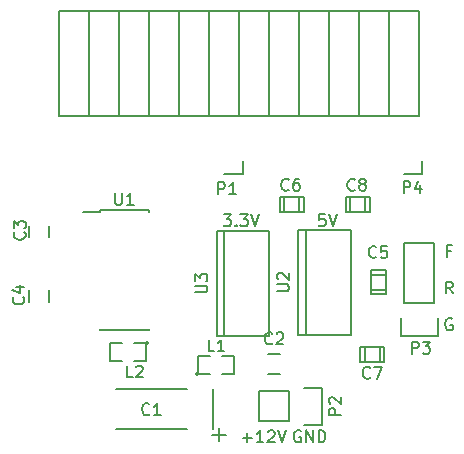
<source format=gto>
%FSLAX46Y46*%
G04 Gerber Fmt 4.6, Leading zero omitted, Abs format (unit mm)*
G04 Created by KiCad (PCBNEW (2014-10-27 BZR 5228)-product) date 02/04/2015 10:02:40*
%MOMM*%
G01*
G04 APERTURE LIST*
%ADD10C,0.100000*%
%ADD11C,0.150000*%
%ADD12C,0.127000*%
G04 APERTURE END LIST*
D10*
D11*
X162842858Y-112428571D02*
X162509524Y-112428571D01*
X162509524Y-112952381D02*
X162509524Y-111952381D01*
X162985715Y-111952381D01*
X163009524Y-116052381D02*
X162676190Y-115576190D01*
X162438095Y-116052381D02*
X162438095Y-115052381D01*
X162819048Y-115052381D01*
X162914286Y-115100000D01*
X162961905Y-115147619D01*
X163009524Y-115242857D01*
X163009524Y-115385714D01*
X162961905Y-115480952D01*
X162914286Y-115528571D01*
X162819048Y-115576190D01*
X162438095Y-115576190D01*
X162961905Y-118200000D02*
X162866667Y-118152381D01*
X162723810Y-118152381D01*
X162580952Y-118200000D01*
X162485714Y-118295238D01*
X162438095Y-118390476D01*
X162390476Y-118580952D01*
X162390476Y-118723810D01*
X162438095Y-118914286D01*
X162485714Y-119009524D01*
X162580952Y-119104762D01*
X162723810Y-119152381D01*
X162819048Y-119152381D01*
X162961905Y-119104762D01*
X163009524Y-119057143D01*
X163009524Y-118723810D01*
X162819048Y-118723810D01*
X152209524Y-109352381D02*
X151733333Y-109352381D01*
X151685714Y-109828571D01*
X151733333Y-109780952D01*
X151828571Y-109733333D01*
X152066667Y-109733333D01*
X152161905Y-109780952D01*
X152209524Y-109828571D01*
X152257143Y-109923810D01*
X152257143Y-110161905D01*
X152209524Y-110257143D01*
X152161905Y-110304762D01*
X152066667Y-110352381D01*
X151828571Y-110352381D01*
X151733333Y-110304762D01*
X151685714Y-110257143D01*
X152542857Y-109352381D02*
X152876190Y-110352381D01*
X153209524Y-109352381D01*
X143623810Y-109352381D02*
X144242858Y-109352381D01*
X143909524Y-109733333D01*
X144052382Y-109733333D01*
X144147620Y-109780952D01*
X144195239Y-109828571D01*
X144242858Y-109923810D01*
X144242858Y-110161905D01*
X144195239Y-110257143D01*
X144147620Y-110304762D01*
X144052382Y-110352381D01*
X143766667Y-110352381D01*
X143671429Y-110304762D01*
X143623810Y-110257143D01*
X144671429Y-110257143D02*
X144719048Y-110304762D01*
X144671429Y-110352381D01*
X144623810Y-110304762D01*
X144671429Y-110257143D01*
X144671429Y-110352381D01*
X145052381Y-109352381D02*
X145671429Y-109352381D01*
X145338095Y-109733333D01*
X145480953Y-109733333D01*
X145576191Y-109780952D01*
X145623810Y-109828571D01*
X145671429Y-109923810D01*
X145671429Y-110161905D01*
X145623810Y-110257143D01*
X145576191Y-110304762D01*
X145480953Y-110352381D01*
X145195238Y-110352381D01*
X145100000Y-110304762D01*
X145052381Y-110257143D01*
X145957143Y-109352381D02*
X146290476Y-110352381D01*
X146623810Y-109352381D01*
X150138096Y-127700000D02*
X150042858Y-127652381D01*
X149900001Y-127652381D01*
X149757143Y-127700000D01*
X149661905Y-127795238D01*
X149614286Y-127890476D01*
X149566667Y-128080952D01*
X149566667Y-128223810D01*
X149614286Y-128414286D01*
X149661905Y-128509524D01*
X149757143Y-128604762D01*
X149900001Y-128652381D01*
X149995239Y-128652381D01*
X150138096Y-128604762D01*
X150185715Y-128557143D01*
X150185715Y-128223810D01*
X149995239Y-128223810D01*
X150614286Y-128652381D02*
X150614286Y-127652381D01*
X151185715Y-128652381D01*
X151185715Y-127652381D01*
X151661905Y-128652381D02*
X151661905Y-127652381D01*
X151900000Y-127652381D01*
X152042858Y-127700000D01*
X152138096Y-127795238D01*
X152185715Y-127890476D01*
X152233334Y-128080952D01*
X152233334Y-128223810D01*
X152185715Y-128414286D01*
X152138096Y-128509524D01*
X152042858Y-128604762D01*
X151900000Y-128652381D01*
X151661905Y-128652381D01*
X145238095Y-128271429D02*
X146000000Y-128271429D01*
X145619048Y-128652381D02*
X145619048Y-127890476D01*
X147000000Y-128652381D02*
X146428571Y-128652381D01*
X146714285Y-128652381D02*
X146714285Y-127652381D01*
X146619047Y-127795238D01*
X146523809Y-127890476D01*
X146428571Y-127938095D01*
X147380952Y-127747619D02*
X147428571Y-127700000D01*
X147523809Y-127652381D01*
X147761905Y-127652381D01*
X147857143Y-127700000D01*
X147904762Y-127747619D01*
X147952381Y-127842857D01*
X147952381Y-127938095D01*
X147904762Y-128080952D01*
X147333333Y-128652381D01*
X147952381Y-128652381D01*
X148238095Y-127652381D02*
X148571428Y-128652381D01*
X148904762Y-127652381D01*
X142750180Y-127499260D02*
X142750180Y-124100740D01*
X134500260Y-124100740D02*
X140499740Y-124100740D01*
X134500260Y-127499260D02*
X140499740Y-127499260D01*
X143253100Y-128502560D02*
X143253100Y-127402740D01*
X143852540Y-128002180D02*
X142653660Y-128002180D01*
X141476000Y-122862000D02*
G75*
G03X141476000Y-122862000I-127000J0D01*
G01*
X142492000Y-122862000D02*
X141476000Y-122862000D01*
X141476000Y-122862000D02*
X141476000Y-121338000D01*
X141476000Y-121338000D02*
X142492000Y-121338000D01*
X143508000Y-121338000D02*
X144524000Y-121338000D01*
X144524000Y-121338000D02*
X144524000Y-122862000D01*
X144524000Y-122862000D02*
X143508000Y-122862000D01*
X137278000Y-120238000D02*
G75*
G03X137278000Y-120238000I-127000J0D01*
G01*
X136008000Y-120238000D02*
X137024000Y-120238000D01*
X137024000Y-120238000D02*
X137024000Y-121762000D01*
X137024000Y-121762000D02*
X136008000Y-121762000D01*
X134992000Y-121762000D02*
X133976000Y-121762000D01*
X133976000Y-121762000D02*
X133976000Y-120238000D01*
X133976000Y-120238000D02*
X134992000Y-120238000D01*
X128850000Y-116800000D02*
X128850000Y-115800000D01*
X127150000Y-115800000D02*
X127150000Y-116800000D01*
X127150000Y-110300000D02*
X127150000Y-111300000D01*
X128850000Y-111300000D02*
X128850000Y-110300000D01*
X148400000Y-121150000D02*
X147400000Y-121150000D01*
X147400000Y-122850000D02*
X148400000Y-122850000D01*
D12*
X157335000Y-115735000D02*
X156065000Y-115735000D01*
X157335000Y-114465000D02*
X156090400Y-114465000D01*
X157335000Y-114084000D02*
X157335000Y-116116000D01*
X157335000Y-116116000D02*
X156065000Y-116116000D01*
X156065000Y-116116000D02*
X156065000Y-114084000D01*
X156065000Y-114084000D02*
X157335000Y-114084000D01*
X148765000Y-109135000D02*
X148765000Y-107865000D01*
X150035000Y-109135000D02*
X150035000Y-107890400D01*
X150416000Y-109135000D02*
X148384000Y-109135000D01*
X148384000Y-109135000D02*
X148384000Y-107865000D01*
X148384000Y-107865000D02*
X150416000Y-107865000D01*
X150416000Y-107865000D02*
X150416000Y-109135000D01*
X155565000Y-121835000D02*
X155565000Y-120565000D01*
X156835000Y-121835000D02*
X156835000Y-120590400D01*
X157216000Y-121835000D02*
X155184000Y-121835000D01*
X155184000Y-121835000D02*
X155184000Y-120565000D01*
X155184000Y-120565000D02*
X157216000Y-120565000D01*
X157216000Y-120565000D02*
X157216000Y-121835000D01*
X154365000Y-109135000D02*
X154365000Y-107865000D01*
X155635000Y-109135000D02*
X155635000Y-107890400D01*
X156016000Y-109135000D02*
X153984000Y-109135000D01*
X153984000Y-109135000D02*
X153984000Y-107865000D01*
X153984000Y-107865000D02*
X156016000Y-107865000D01*
X156016000Y-107865000D02*
X156016000Y-109135000D01*
D11*
X149130000Y-126870000D02*
X146590000Y-126870000D01*
X151950000Y-127150000D02*
X150400000Y-127150000D01*
X149130000Y-126870000D02*
X149130000Y-124330000D01*
X150400000Y-124050000D02*
X151950000Y-124050000D01*
X151950000Y-124050000D02*
X151950000Y-127150000D01*
X149130000Y-124330000D02*
X146590000Y-124330000D01*
X146590000Y-124330000D02*
X146590000Y-126870000D01*
X161470000Y-116830000D02*
X161470000Y-111750000D01*
X161470000Y-111750000D02*
X158930000Y-111750000D01*
X158930000Y-111750000D02*
X158930000Y-116830000D01*
X158650000Y-119650000D02*
X158650000Y-118100000D01*
X158930000Y-116830000D02*
X161470000Y-116830000D01*
X161750000Y-118100000D02*
X161750000Y-119650000D01*
X161750000Y-119650000D02*
X158650000Y-119650000D01*
X133125000Y-109025000D02*
X133125000Y-109130000D01*
X137275000Y-109025000D02*
X137275000Y-109130000D01*
X137275000Y-119175000D02*
X137275000Y-119070000D01*
X133125000Y-119175000D02*
X133125000Y-119070000D01*
X133125000Y-109025000D02*
X137275000Y-109025000D01*
X133125000Y-119175000D02*
X137275000Y-119175000D01*
X133125000Y-109130000D02*
X131750000Y-109130000D01*
X129730000Y-92160000D02*
X129730000Y-100990000D01*
X132270000Y-92160000D02*
X129730000Y-92160000D01*
X132270000Y-100990000D02*
X129730000Y-100990000D01*
X129730000Y-100990000D02*
X129730000Y-92160000D01*
X132270000Y-100990000D02*
X132270000Y-92160000D01*
X134810000Y-100990000D02*
X132270000Y-100990000D01*
X134810000Y-92160000D02*
X132270000Y-92160000D01*
X132270000Y-92160000D02*
X132270000Y-100990000D01*
X134810000Y-92160000D02*
X134810000Y-100990000D01*
X137350000Y-92160000D02*
X134810000Y-92160000D01*
X137350000Y-100990000D02*
X134810000Y-100990000D01*
X134810000Y-100990000D02*
X134810000Y-92160000D01*
X137350000Y-100990000D02*
X137350000Y-92160000D01*
X139890000Y-100990000D02*
X137350000Y-100990000D01*
X139890000Y-92160000D02*
X137350000Y-92160000D01*
X137350000Y-92160000D02*
X137350000Y-100990000D01*
X139890000Y-92160000D02*
X139890000Y-100990000D01*
X142430000Y-92160000D02*
X139890000Y-92160000D01*
X142430000Y-100990000D02*
X139890000Y-100990000D01*
X139890000Y-100990000D02*
X139890000Y-92160000D01*
X142430000Y-100990000D02*
X142430000Y-92160000D01*
X144970000Y-100990000D02*
X142430000Y-100990000D01*
X143700000Y-105950000D02*
X145250000Y-105950000D01*
X145250000Y-105950000D02*
X145250000Y-104800000D01*
X144970000Y-100990000D02*
X144970000Y-92160000D01*
X144970000Y-92160000D02*
X142430000Y-92160000D01*
X142430000Y-92160000D02*
X142430000Y-100990000D01*
X144930000Y-92160000D02*
X144930000Y-100990000D01*
X147470000Y-92160000D02*
X144930000Y-92160000D01*
X147470000Y-100990000D02*
X144930000Y-100990000D01*
X144930000Y-100990000D02*
X144930000Y-92160000D01*
X147470000Y-100990000D02*
X147470000Y-92160000D01*
X150010000Y-100990000D02*
X147470000Y-100990000D01*
X150010000Y-92160000D02*
X147470000Y-92160000D01*
X147470000Y-92160000D02*
X147470000Y-100990000D01*
X150010000Y-92160000D02*
X150010000Y-100990000D01*
X152550000Y-92160000D02*
X150010000Y-92160000D01*
X152550000Y-100990000D02*
X150010000Y-100990000D01*
X150010000Y-100990000D02*
X150010000Y-92160000D01*
X152550000Y-100990000D02*
X152550000Y-92160000D01*
X155090000Y-100990000D02*
X152550000Y-100990000D01*
X155090000Y-92160000D02*
X152550000Y-92160000D01*
X152550000Y-92160000D02*
X152550000Y-100990000D01*
X155090000Y-92160000D02*
X155090000Y-100990000D01*
X157630000Y-92160000D02*
X155090000Y-92160000D01*
X157630000Y-100990000D02*
X155090000Y-100990000D01*
X155090000Y-100990000D02*
X155090000Y-92160000D01*
X157630000Y-100990000D02*
X157630000Y-92160000D01*
X160170000Y-100990000D02*
X157630000Y-100990000D01*
X158900000Y-105950000D02*
X160450000Y-105950000D01*
X160450000Y-105950000D02*
X160450000Y-104800000D01*
X160170000Y-100990000D02*
X160170000Y-92160000D01*
X160170000Y-92160000D02*
X157630000Y-92160000D01*
X157630000Y-92160000D02*
X157630000Y-100990000D01*
X150595000Y-119545000D02*
X149960000Y-119545000D01*
X149960000Y-119545000D02*
X149960000Y-110655000D01*
X149960000Y-110655000D02*
X150595000Y-110655000D01*
X154405000Y-119545000D02*
X150595000Y-119545000D01*
X150595000Y-119545000D02*
X150595000Y-110655000D01*
X150595000Y-110655000D02*
X154405000Y-110655000D01*
X154405000Y-110655000D02*
X154405000Y-119545000D01*
X143695000Y-119645000D02*
X143060000Y-119645000D01*
X143060000Y-119645000D02*
X143060000Y-110755000D01*
X143060000Y-110755000D02*
X143695000Y-110755000D01*
X147505000Y-119645000D02*
X143695000Y-119645000D01*
X143695000Y-119645000D02*
X143695000Y-110755000D01*
X143695000Y-110755000D02*
X147505000Y-110755000D01*
X147505000Y-110755000D02*
X147505000Y-119645000D01*
X137333334Y-126257143D02*
X137285715Y-126304762D01*
X137142858Y-126352381D01*
X137047620Y-126352381D01*
X136904762Y-126304762D01*
X136809524Y-126209524D01*
X136761905Y-126114286D01*
X136714286Y-125923810D01*
X136714286Y-125780952D01*
X136761905Y-125590476D01*
X136809524Y-125495238D01*
X136904762Y-125400000D01*
X137047620Y-125352381D01*
X137142858Y-125352381D01*
X137285715Y-125400000D01*
X137333334Y-125447619D01*
X138285715Y-126352381D02*
X137714286Y-126352381D01*
X138000000Y-126352381D02*
X138000000Y-125352381D01*
X137904762Y-125495238D01*
X137809524Y-125590476D01*
X137714286Y-125638095D01*
X142833334Y-120952381D02*
X142357143Y-120952381D01*
X142357143Y-119952381D01*
X143690477Y-120952381D02*
X143119048Y-120952381D01*
X143404762Y-120952381D02*
X143404762Y-119952381D01*
X143309524Y-120095238D01*
X143214286Y-120190476D01*
X143119048Y-120238095D01*
X135933334Y-123152381D02*
X135457143Y-123152381D01*
X135457143Y-122152381D01*
X136219048Y-122247619D02*
X136266667Y-122200000D01*
X136361905Y-122152381D01*
X136600001Y-122152381D01*
X136695239Y-122200000D01*
X136742858Y-122247619D01*
X136790477Y-122342857D01*
X136790477Y-122438095D01*
X136742858Y-122580952D01*
X136171429Y-123152381D01*
X136790477Y-123152381D01*
X126657143Y-116366666D02*
X126704762Y-116414285D01*
X126752381Y-116557142D01*
X126752381Y-116652380D01*
X126704762Y-116795238D01*
X126609524Y-116890476D01*
X126514286Y-116938095D01*
X126323810Y-116985714D01*
X126180952Y-116985714D01*
X125990476Y-116938095D01*
X125895238Y-116890476D01*
X125800000Y-116795238D01*
X125752381Y-116652380D01*
X125752381Y-116557142D01*
X125800000Y-116414285D01*
X125847619Y-116366666D01*
X126085714Y-115509523D02*
X126752381Y-115509523D01*
X125704762Y-115747619D02*
X126419048Y-115985714D01*
X126419048Y-115366666D01*
X126757143Y-110866666D02*
X126804762Y-110914285D01*
X126852381Y-111057142D01*
X126852381Y-111152380D01*
X126804762Y-111295238D01*
X126709524Y-111390476D01*
X126614286Y-111438095D01*
X126423810Y-111485714D01*
X126280952Y-111485714D01*
X126090476Y-111438095D01*
X125995238Y-111390476D01*
X125900000Y-111295238D01*
X125852381Y-111152380D01*
X125852381Y-111057142D01*
X125900000Y-110914285D01*
X125947619Y-110866666D01*
X125852381Y-110533333D02*
X125852381Y-109914285D01*
X126233333Y-110247619D01*
X126233333Y-110104761D01*
X126280952Y-110009523D01*
X126328571Y-109961904D01*
X126423810Y-109914285D01*
X126661905Y-109914285D01*
X126757143Y-109961904D01*
X126804762Y-110009523D01*
X126852381Y-110104761D01*
X126852381Y-110390476D01*
X126804762Y-110485714D01*
X126757143Y-110533333D01*
X147733334Y-120257143D02*
X147685715Y-120304762D01*
X147542858Y-120352381D01*
X147447620Y-120352381D01*
X147304762Y-120304762D01*
X147209524Y-120209524D01*
X147161905Y-120114286D01*
X147114286Y-119923810D01*
X147114286Y-119780952D01*
X147161905Y-119590476D01*
X147209524Y-119495238D01*
X147304762Y-119400000D01*
X147447620Y-119352381D01*
X147542858Y-119352381D01*
X147685715Y-119400000D01*
X147733334Y-119447619D01*
X148114286Y-119447619D02*
X148161905Y-119400000D01*
X148257143Y-119352381D01*
X148495239Y-119352381D01*
X148590477Y-119400000D01*
X148638096Y-119447619D01*
X148685715Y-119542857D01*
X148685715Y-119638095D01*
X148638096Y-119780952D01*
X148066667Y-120352381D01*
X148685715Y-120352381D01*
X156533334Y-112957143D02*
X156485715Y-113004762D01*
X156342858Y-113052381D01*
X156247620Y-113052381D01*
X156104762Y-113004762D01*
X156009524Y-112909524D01*
X155961905Y-112814286D01*
X155914286Y-112623810D01*
X155914286Y-112480952D01*
X155961905Y-112290476D01*
X156009524Y-112195238D01*
X156104762Y-112100000D01*
X156247620Y-112052381D01*
X156342858Y-112052381D01*
X156485715Y-112100000D01*
X156533334Y-112147619D01*
X157438096Y-112052381D02*
X156961905Y-112052381D01*
X156914286Y-112528571D01*
X156961905Y-112480952D01*
X157057143Y-112433333D01*
X157295239Y-112433333D01*
X157390477Y-112480952D01*
X157438096Y-112528571D01*
X157485715Y-112623810D01*
X157485715Y-112861905D01*
X157438096Y-112957143D01*
X157390477Y-113004762D01*
X157295239Y-113052381D01*
X157057143Y-113052381D01*
X156961905Y-113004762D01*
X156914286Y-112957143D01*
X149133334Y-107257143D02*
X149085715Y-107304762D01*
X148942858Y-107352381D01*
X148847620Y-107352381D01*
X148704762Y-107304762D01*
X148609524Y-107209524D01*
X148561905Y-107114286D01*
X148514286Y-106923810D01*
X148514286Y-106780952D01*
X148561905Y-106590476D01*
X148609524Y-106495238D01*
X148704762Y-106400000D01*
X148847620Y-106352381D01*
X148942858Y-106352381D01*
X149085715Y-106400000D01*
X149133334Y-106447619D01*
X149990477Y-106352381D02*
X149800000Y-106352381D01*
X149704762Y-106400000D01*
X149657143Y-106447619D01*
X149561905Y-106590476D01*
X149514286Y-106780952D01*
X149514286Y-107161905D01*
X149561905Y-107257143D01*
X149609524Y-107304762D01*
X149704762Y-107352381D01*
X149895239Y-107352381D01*
X149990477Y-107304762D01*
X150038096Y-107257143D01*
X150085715Y-107161905D01*
X150085715Y-106923810D01*
X150038096Y-106828571D01*
X149990477Y-106780952D01*
X149895239Y-106733333D01*
X149704762Y-106733333D01*
X149609524Y-106780952D01*
X149561905Y-106828571D01*
X149514286Y-106923810D01*
X156033334Y-123157143D02*
X155985715Y-123204762D01*
X155842858Y-123252381D01*
X155747620Y-123252381D01*
X155604762Y-123204762D01*
X155509524Y-123109524D01*
X155461905Y-123014286D01*
X155414286Y-122823810D01*
X155414286Y-122680952D01*
X155461905Y-122490476D01*
X155509524Y-122395238D01*
X155604762Y-122300000D01*
X155747620Y-122252381D01*
X155842858Y-122252381D01*
X155985715Y-122300000D01*
X156033334Y-122347619D01*
X156366667Y-122252381D02*
X157033334Y-122252381D01*
X156604762Y-123252381D01*
X154733334Y-107257143D02*
X154685715Y-107304762D01*
X154542858Y-107352381D01*
X154447620Y-107352381D01*
X154304762Y-107304762D01*
X154209524Y-107209524D01*
X154161905Y-107114286D01*
X154114286Y-106923810D01*
X154114286Y-106780952D01*
X154161905Y-106590476D01*
X154209524Y-106495238D01*
X154304762Y-106400000D01*
X154447620Y-106352381D01*
X154542858Y-106352381D01*
X154685715Y-106400000D01*
X154733334Y-106447619D01*
X155304762Y-106780952D02*
X155209524Y-106733333D01*
X155161905Y-106685714D01*
X155114286Y-106590476D01*
X155114286Y-106542857D01*
X155161905Y-106447619D01*
X155209524Y-106400000D01*
X155304762Y-106352381D01*
X155495239Y-106352381D01*
X155590477Y-106400000D01*
X155638096Y-106447619D01*
X155685715Y-106542857D01*
X155685715Y-106590476D01*
X155638096Y-106685714D01*
X155590477Y-106733333D01*
X155495239Y-106780952D01*
X155304762Y-106780952D01*
X155209524Y-106828571D01*
X155161905Y-106876190D01*
X155114286Y-106971429D01*
X155114286Y-107161905D01*
X155161905Y-107257143D01*
X155209524Y-107304762D01*
X155304762Y-107352381D01*
X155495239Y-107352381D01*
X155590477Y-107304762D01*
X155638096Y-107257143D01*
X155685715Y-107161905D01*
X155685715Y-106971429D01*
X155638096Y-106876190D01*
X155590477Y-106828571D01*
X155495239Y-106780952D01*
X153552381Y-126338095D02*
X152552381Y-126338095D01*
X152552381Y-125957142D01*
X152600000Y-125861904D01*
X152647619Y-125814285D01*
X152742857Y-125766666D01*
X152885714Y-125766666D01*
X152980952Y-125814285D01*
X153028571Y-125861904D01*
X153076190Y-125957142D01*
X153076190Y-126338095D01*
X152647619Y-125385714D02*
X152600000Y-125338095D01*
X152552381Y-125242857D01*
X152552381Y-125004761D01*
X152600000Y-124909523D01*
X152647619Y-124861904D01*
X152742857Y-124814285D01*
X152838095Y-124814285D01*
X152980952Y-124861904D01*
X153552381Y-125433333D01*
X153552381Y-124814285D01*
X159561905Y-121152381D02*
X159561905Y-120152381D01*
X159942858Y-120152381D01*
X160038096Y-120200000D01*
X160085715Y-120247619D01*
X160133334Y-120342857D01*
X160133334Y-120485714D01*
X160085715Y-120580952D01*
X160038096Y-120628571D01*
X159942858Y-120676190D01*
X159561905Y-120676190D01*
X160466667Y-120152381D02*
X161085715Y-120152381D01*
X160752381Y-120533333D01*
X160895239Y-120533333D01*
X160990477Y-120580952D01*
X161038096Y-120628571D01*
X161085715Y-120723810D01*
X161085715Y-120961905D01*
X161038096Y-121057143D01*
X160990477Y-121104762D01*
X160895239Y-121152381D01*
X160609524Y-121152381D01*
X160514286Y-121104762D01*
X160466667Y-121057143D01*
X134438095Y-107552381D02*
X134438095Y-108361905D01*
X134485714Y-108457143D01*
X134533333Y-108504762D01*
X134628571Y-108552381D01*
X134819048Y-108552381D01*
X134914286Y-108504762D01*
X134961905Y-108457143D01*
X135009524Y-108361905D01*
X135009524Y-107552381D01*
X136009524Y-108552381D02*
X135438095Y-108552381D01*
X135723809Y-108552381D02*
X135723809Y-107552381D01*
X135628571Y-107695238D01*
X135533333Y-107790476D01*
X135438095Y-107838095D01*
X143161905Y-107652381D02*
X143161905Y-106652381D01*
X143542858Y-106652381D01*
X143638096Y-106700000D01*
X143685715Y-106747619D01*
X143733334Y-106842857D01*
X143733334Y-106985714D01*
X143685715Y-107080952D01*
X143638096Y-107128571D01*
X143542858Y-107176190D01*
X143161905Y-107176190D01*
X144685715Y-107652381D02*
X144114286Y-107652381D01*
X144400000Y-107652381D02*
X144400000Y-106652381D01*
X144304762Y-106795238D01*
X144209524Y-106890476D01*
X144114286Y-106938095D01*
X158861905Y-107552381D02*
X158861905Y-106552381D01*
X159242858Y-106552381D01*
X159338096Y-106600000D01*
X159385715Y-106647619D01*
X159433334Y-106742857D01*
X159433334Y-106885714D01*
X159385715Y-106980952D01*
X159338096Y-107028571D01*
X159242858Y-107076190D01*
X158861905Y-107076190D01*
X160290477Y-106885714D02*
X160290477Y-107552381D01*
X160052381Y-106504762D02*
X159814286Y-107219048D01*
X160433334Y-107219048D01*
X148142381Y-115861905D02*
X148951905Y-115861905D01*
X149047143Y-115814286D01*
X149094762Y-115766667D01*
X149142381Y-115671429D01*
X149142381Y-115480952D01*
X149094762Y-115385714D01*
X149047143Y-115338095D01*
X148951905Y-115290476D01*
X148142381Y-115290476D01*
X148237619Y-114861905D02*
X148190000Y-114814286D01*
X148142381Y-114719048D01*
X148142381Y-114480952D01*
X148190000Y-114385714D01*
X148237619Y-114338095D01*
X148332857Y-114290476D01*
X148428095Y-114290476D01*
X148570952Y-114338095D01*
X149142381Y-114909524D01*
X149142381Y-114290476D01*
X141242381Y-115961905D02*
X142051905Y-115961905D01*
X142147143Y-115914286D01*
X142194762Y-115866667D01*
X142242381Y-115771429D01*
X142242381Y-115580952D01*
X142194762Y-115485714D01*
X142147143Y-115438095D01*
X142051905Y-115390476D01*
X141242381Y-115390476D01*
X141242381Y-115009524D02*
X141242381Y-114390476D01*
X141623333Y-114723810D01*
X141623333Y-114580952D01*
X141670952Y-114485714D01*
X141718571Y-114438095D01*
X141813810Y-114390476D01*
X142051905Y-114390476D01*
X142147143Y-114438095D01*
X142194762Y-114485714D01*
X142242381Y-114580952D01*
X142242381Y-114866667D01*
X142194762Y-114961905D01*
X142147143Y-115009524D01*
M02*

</source>
